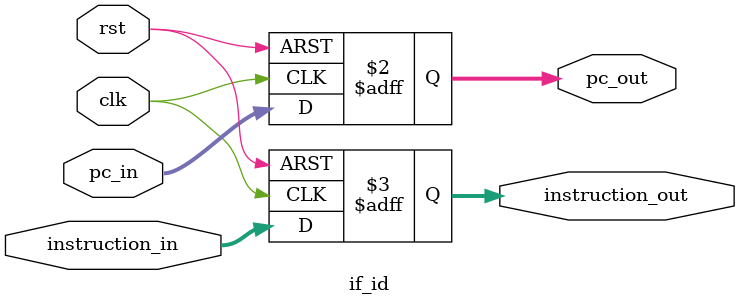
<source format=v>
module if_id (
    input clk,
    input rst,
    input [7:0] pc_in,
    input [15:0] instruction_in,
    output reg [7:0] pc_out,
    output reg [15:0] instruction_out
);

always @(posedge clk or posedge rst) begin
    if (rst) begin
        pc_out <= 8'b0;
        instruction_out <= 16'b0;
    end else begin
        pc_out <= pc_in;
        instruction_out <= instruction_in;
    end
end

endmodule

</source>
